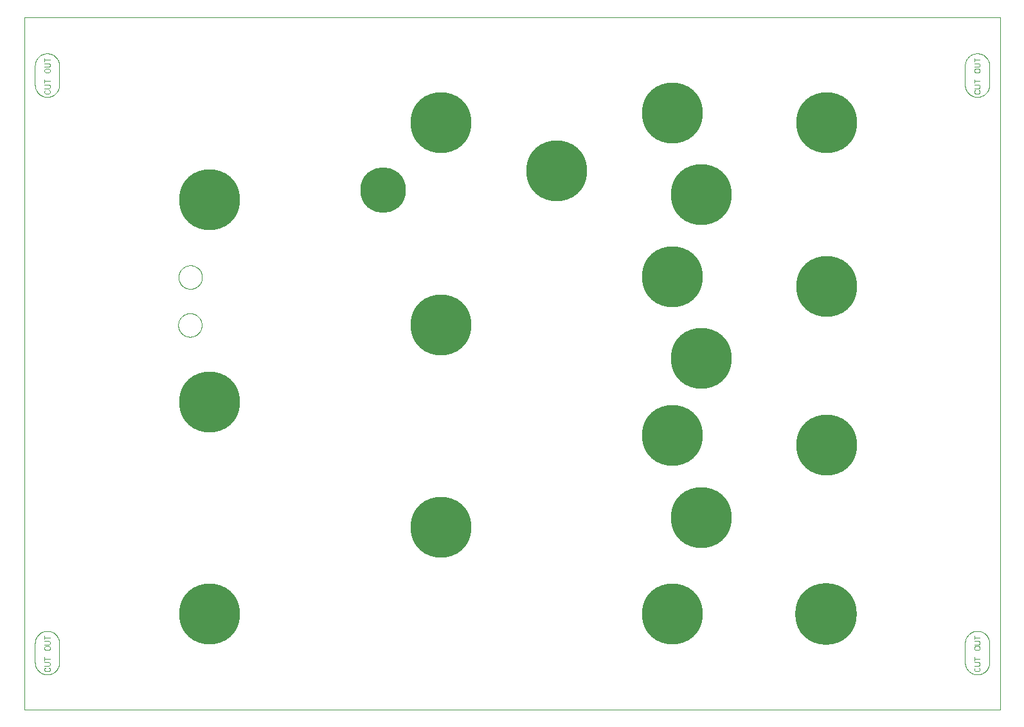
<source format=gbl>
G75*
%MOIN*%
%OFA0B0*%
%FSLAX25Y25*%
%IPPOS*%
%LPD*%
%AMOC8*
5,1,8,0,0,1.08239X$1,22.5*
%
%ADD10C,0.00000*%
%ADD11C,0.00010*%
%ADD12C,0.00200*%
%ADD13C,0.23685*%
%ADD14C,0.31559*%
%ADD15C,0.31953*%
D10*
X0001000Y0001600D02*
X0506906Y0001600D01*
X0506906Y0361049D01*
X0001000Y0361049D01*
X0001000Y0001600D01*
X0080784Y0201195D02*
X0080786Y0201351D01*
X0080792Y0201507D01*
X0080802Y0201662D01*
X0080816Y0201817D01*
X0080834Y0201972D01*
X0080856Y0202126D01*
X0080881Y0202280D01*
X0080911Y0202433D01*
X0080945Y0202585D01*
X0080982Y0202737D01*
X0081023Y0202887D01*
X0081068Y0203036D01*
X0081117Y0203184D01*
X0081170Y0203331D01*
X0081226Y0203476D01*
X0081286Y0203620D01*
X0081350Y0203762D01*
X0081418Y0203903D01*
X0081489Y0204041D01*
X0081563Y0204178D01*
X0081641Y0204313D01*
X0081722Y0204446D01*
X0081807Y0204577D01*
X0081895Y0204706D01*
X0081986Y0204832D01*
X0082081Y0204956D01*
X0082178Y0205077D01*
X0082279Y0205196D01*
X0082383Y0205313D01*
X0082489Y0205426D01*
X0082599Y0205537D01*
X0082711Y0205645D01*
X0082826Y0205750D01*
X0082944Y0205853D01*
X0083064Y0205952D01*
X0083187Y0206048D01*
X0083312Y0206141D01*
X0083439Y0206230D01*
X0083569Y0206317D01*
X0083701Y0206400D01*
X0083835Y0206479D01*
X0083971Y0206556D01*
X0084109Y0206628D01*
X0084248Y0206698D01*
X0084390Y0206763D01*
X0084533Y0206825D01*
X0084677Y0206883D01*
X0084823Y0206938D01*
X0084971Y0206989D01*
X0085119Y0207036D01*
X0085269Y0207079D01*
X0085420Y0207118D01*
X0085572Y0207154D01*
X0085724Y0207185D01*
X0085878Y0207213D01*
X0086032Y0207237D01*
X0086186Y0207257D01*
X0086341Y0207273D01*
X0086497Y0207285D01*
X0086652Y0207293D01*
X0086808Y0207297D01*
X0086964Y0207297D01*
X0087120Y0207293D01*
X0087275Y0207285D01*
X0087431Y0207273D01*
X0087586Y0207257D01*
X0087740Y0207237D01*
X0087894Y0207213D01*
X0088048Y0207185D01*
X0088200Y0207154D01*
X0088352Y0207118D01*
X0088503Y0207079D01*
X0088653Y0207036D01*
X0088801Y0206989D01*
X0088949Y0206938D01*
X0089095Y0206883D01*
X0089239Y0206825D01*
X0089382Y0206763D01*
X0089524Y0206698D01*
X0089663Y0206628D01*
X0089801Y0206556D01*
X0089937Y0206479D01*
X0090071Y0206400D01*
X0090203Y0206317D01*
X0090333Y0206230D01*
X0090460Y0206141D01*
X0090585Y0206048D01*
X0090708Y0205952D01*
X0090828Y0205853D01*
X0090946Y0205750D01*
X0091061Y0205645D01*
X0091173Y0205537D01*
X0091283Y0205426D01*
X0091389Y0205313D01*
X0091493Y0205196D01*
X0091594Y0205077D01*
X0091691Y0204956D01*
X0091786Y0204832D01*
X0091877Y0204706D01*
X0091965Y0204577D01*
X0092050Y0204446D01*
X0092131Y0204313D01*
X0092209Y0204178D01*
X0092283Y0204041D01*
X0092354Y0203903D01*
X0092422Y0203762D01*
X0092486Y0203620D01*
X0092546Y0203476D01*
X0092602Y0203331D01*
X0092655Y0203184D01*
X0092704Y0203036D01*
X0092749Y0202887D01*
X0092790Y0202737D01*
X0092827Y0202585D01*
X0092861Y0202433D01*
X0092891Y0202280D01*
X0092916Y0202126D01*
X0092938Y0201972D01*
X0092956Y0201817D01*
X0092970Y0201662D01*
X0092980Y0201507D01*
X0092986Y0201351D01*
X0092988Y0201195D01*
X0092986Y0201039D01*
X0092980Y0200883D01*
X0092970Y0200728D01*
X0092956Y0200573D01*
X0092938Y0200418D01*
X0092916Y0200264D01*
X0092891Y0200110D01*
X0092861Y0199957D01*
X0092827Y0199805D01*
X0092790Y0199653D01*
X0092749Y0199503D01*
X0092704Y0199354D01*
X0092655Y0199206D01*
X0092602Y0199059D01*
X0092546Y0198914D01*
X0092486Y0198770D01*
X0092422Y0198628D01*
X0092354Y0198487D01*
X0092283Y0198349D01*
X0092209Y0198212D01*
X0092131Y0198077D01*
X0092050Y0197944D01*
X0091965Y0197813D01*
X0091877Y0197684D01*
X0091786Y0197558D01*
X0091691Y0197434D01*
X0091594Y0197313D01*
X0091493Y0197194D01*
X0091389Y0197077D01*
X0091283Y0196964D01*
X0091173Y0196853D01*
X0091061Y0196745D01*
X0090946Y0196640D01*
X0090828Y0196537D01*
X0090708Y0196438D01*
X0090585Y0196342D01*
X0090460Y0196249D01*
X0090333Y0196160D01*
X0090203Y0196073D01*
X0090071Y0195990D01*
X0089937Y0195911D01*
X0089801Y0195834D01*
X0089663Y0195762D01*
X0089524Y0195692D01*
X0089382Y0195627D01*
X0089239Y0195565D01*
X0089095Y0195507D01*
X0088949Y0195452D01*
X0088801Y0195401D01*
X0088653Y0195354D01*
X0088503Y0195311D01*
X0088352Y0195272D01*
X0088200Y0195236D01*
X0088048Y0195205D01*
X0087894Y0195177D01*
X0087740Y0195153D01*
X0087586Y0195133D01*
X0087431Y0195117D01*
X0087275Y0195105D01*
X0087120Y0195097D01*
X0086964Y0195093D01*
X0086808Y0195093D01*
X0086652Y0195097D01*
X0086497Y0195105D01*
X0086341Y0195117D01*
X0086186Y0195133D01*
X0086032Y0195153D01*
X0085878Y0195177D01*
X0085724Y0195205D01*
X0085572Y0195236D01*
X0085420Y0195272D01*
X0085269Y0195311D01*
X0085119Y0195354D01*
X0084971Y0195401D01*
X0084823Y0195452D01*
X0084677Y0195507D01*
X0084533Y0195565D01*
X0084390Y0195627D01*
X0084248Y0195692D01*
X0084109Y0195762D01*
X0083971Y0195834D01*
X0083835Y0195911D01*
X0083701Y0195990D01*
X0083569Y0196073D01*
X0083439Y0196160D01*
X0083312Y0196249D01*
X0083187Y0196342D01*
X0083064Y0196438D01*
X0082944Y0196537D01*
X0082826Y0196640D01*
X0082711Y0196745D01*
X0082599Y0196853D01*
X0082489Y0196964D01*
X0082383Y0197077D01*
X0082279Y0197194D01*
X0082178Y0197313D01*
X0082081Y0197434D01*
X0081986Y0197558D01*
X0081895Y0197684D01*
X0081807Y0197813D01*
X0081722Y0197944D01*
X0081641Y0198077D01*
X0081563Y0198212D01*
X0081489Y0198349D01*
X0081418Y0198487D01*
X0081350Y0198628D01*
X0081286Y0198770D01*
X0081226Y0198914D01*
X0081170Y0199059D01*
X0081117Y0199206D01*
X0081068Y0199354D01*
X0081023Y0199503D01*
X0080982Y0199653D01*
X0080945Y0199805D01*
X0080911Y0199957D01*
X0080881Y0200110D01*
X0080856Y0200264D01*
X0080834Y0200418D01*
X0080816Y0200573D01*
X0080802Y0200728D01*
X0080792Y0200883D01*
X0080786Y0201039D01*
X0080784Y0201195D01*
X0080954Y0226075D02*
X0080956Y0226231D01*
X0080962Y0226387D01*
X0080972Y0226542D01*
X0080986Y0226697D01*
X0081004Y0226852D01*
X0081026Y0227006D01*
X0081051Y0227160D01*
X0081081Y0227313D01*
X0081115Y0227465D01*
X0081152Y0227617D01*
X0081193Y0227767D01*
X0081238Y0227916D01*
X0081287Y0228064D01*
X0081340Y0228211D01*
X0081396Y0228356D01*
X0081456Y0228500D01*
X0081520Y0228642D01*
X0081588Y0228783D01*
X0081659Y0228921D01*
X0081733Y0229058D01*
X0081811Y0229193D01*
X0081892Y0229326D01*
X0081977Y0229457D01*
X0082065Y0229586D01*
X0082156Y0229712D01*
X0082251Y0229836D01*
X0082348Y0229957D01*
X0082449Y0230076D01*
X0082553Y0230193D01*
X0082659Y0230306D01*
X0082769Y0230417D01*
X0082881Y0230525D01*
X0082996Y0230630D01*
X0083114Y0230733D01*
X0083234Y0230832D01*
X0083357Y0230928D01*
X0083482Y0231021D01*
X0083609Y0231110D01*
X0083739Y0231197D01*
X0083871Y0231280D01*
X0084005Y0231359D01*
X0084141Y0231436D01*
X0084279Y0231508D01*
X0084418Y0231578D01*
X0084560Y0231643D01*
X0084703Y0231705D01*
X0084847Y0231763D01*
X0084993Y0231818D01*
X0085141Y0231869D01*
X0085289Y0231916D01*
X0085439Y0231959D01*
X0085590Y0231998D01*
X0085742Y0232034D01*
X0085894Y0232065D01*
X0086048Y0232093D01*
X0086202Y0232117D01*
X0086356Y0232137D01*
X0086511Y0232153D01*
X0086667Y0232165D01*
X0086822Y0232173D01*
X0086978Y0232177D01*
X0087134Y0232177D01*
X0087290Y0232173D01*
X0087445Y0232165D01*
X0087601Y0232153D01*
X0087756Y0232137D01*
X0087910Y0232117D01*
X0088064Y0232093D01*
X0088218Y0232065D01*
X0088370Y0232034D01*
X0088522Y0231998D01*
X0088673Y0231959D01*
X0088823Y0231916D01*
X0088971Y0231869D01*
X0089119Y0231818D01*
X0089265Y0231763D01*
X0089409Y0231705D01*
X0089552Y0231643D01*
X0089694Y0231578D01*
X0089833Y0231508D01*
X0089971Y0231436D01*
X0090107Y0231359D01*
X0090241Y0231280D01*
X0090373Y0231197D01*
X0090503Y0231110D01*
X0090630Y0231021D01*
X0090755Y0230928D01*
X0090878Y0230832D01*
X0090998Y0230733D01*
X0091116Y0230630D01*
X0091231Y0230525D01*
X0091343Y0230417D01*
X0091453Y0230306D01*
X0091559Y0230193D01*
X0091663Y0230076D01*
X0091764Y0229957D01*
X0091861Y0229836D01*
X0091956Y0229712D01*
X0092047Y0229586D01*
X0092135Y0229457D01*
X0092220Y0229326D01*
X0092301Y0229193D01*
X0092379Y0229058D01*
X0092453Y0228921D01*
X0092524Y0228783D01*
X0092592Y0228642D01*
X0092656Y0228500D01*
X0092716Y0228356D01*
X0092772Y0228211D01*
X0092825Y0228064D01*
X0092874Y0227916D01*
X0092919Y0227767D01*
X0092960Y0227617D01*
X0092997Y0227465D01*
X0093031Y0227313D01*
X0093061Y0227160D01*
X0093086Y0227006D01*
X0093108Y0226852D01*
X0093126Y0226697D01*
X0093140Y0226542D01*
X0093150Y0226387D01*
X0093156Y0226231D01*
X0093158Y0226075D01*
X0093156Y0225919D01*
X0093150Y0225763D01*
X0093140Y0225608D01*
X0093126Y0225453D01*
X0093108Y0225298D01*
X0093086Y0225144D01*
X0093061Y0224990D01*
X0093031Y0224837D01*
X0092997Y0224685D01*
X0092960Y0224533D01*
X0092919Y0224383D01*
X0092874Y0224234D01*
X0092825Y0224086D01*
X0092772Y0223939D01*
X0092716Y0223794D01*
X0092656Y0223650D01*
X0092592Y0223508D01*
X0092524Y0223367D01*
X0092453Y0223229D01*
X0092379Y0223092D01*
X0092301Y0222957D01*
X0092220Y0222824D01*
X0092135Y0222693D01*
X0092047Y0222564D01*
X0091956Y0222438D01*
X0091861Y0222314D01*
X0091764Y0222193D01*
X0091663Y0222074D01*
X0091559Y0221957D01*
X0091453Y0221844D01*
X0091343Y0221733D01*
X0091231Y0221625D01*
X0091116Y0221520D01*
X0090998Y0221417D01*
X0090878Y0221318D01*
X0090755Y0221222D01*
X0090630Y0221129D01*
X0090503Y0221040D01*
X0090373Y0220953D01*
X0090241Y0220870D01*
X0090107Y0220791D01*
X0089971Y0220714D01*
X0089833Y0220642D01*
X0089694Y0220572D01*
X0089552Y0220507D01*
X0089409Y0220445D01*
X0089265Y0220387D01*
X0089119Y0220332D01*
X0088971Y0220281D01*
X0088823Y0220234D01*
X0088673Y0220191D01*
X0088522Y0220152D01*
X0088370Y0220116D01*
X0088218Y0220085D01*
X0088064Y0220057D01*
X0087910Y0220033D01*
X0087756Y0220013D01*
X0087601Y0219997D01*
X0087445Y0219985D01*
X0087290Y0219977D01*
X0087134Y0219973D01*
X0086978Y0219973D01*
X0086822Y0219977D01*
X0086667Y0219985D01*
X0086511Y0219997D01*
X0086356Y0220013D01*
X0086202Y0220033D01*
X0086048Y0220057D01*
X0085894Y0220085D01*
X0085742Y0220116D01*
X0085590Y0220152D01*
X0085439Y0220191D01*
X0085289Y0220234D01*
X0085141Y0220281D01*
X0084993Y0220332D01*
X0084847Y0220387D01*
X0084703Y0220445D01*
X0084560Y0220507D01*
X0084418Y0220572D01*
X0084279Y0220642D01*
X0084141Y0220714D01*
X0084005Y0220791D01*
X0083871Y0220870D01*
X0083739Y0220953D01*
X0083609Y0221040D01*
X0083482Y0221129D01*
X0083357Y0221222D01*
X0083234Y0221318D01*
X0083114Y0221417D01*
X0082996Y0221520D01*
X0082881Y0221625D01*
X0082769Y0221733D01*
X0082659Y0221844D01*
X0082553Y0221957D01*
X0082449Y0222074D01*
X0082348Y0222193D01*
X0082251Y0222314D01*
X0082156Y0222438D01*
X0082065Y0222564D01*
X0081977Y0222693D01*
X0081892Y0222824D01*
X0081811Y0222957D01*
X0081733Y0223092D01*
X0081659Y0223229D01*
X0081588Y0223367D01*
X0081520Y0223508D01*
X0081456Y0223650D01*
X0081396Y0223794D01*
X0081340Y0223939D01*
X0081287Y0224086D01*
X0081238Y0224234D01*
X0081193Y0224383D01*
X0081152Y0224533D01*
X0081115Y0224685D01*
X0081081Y0224837D01*
X0081051Y0224990D01*
X0081026Y0225144D01*
X0081004Y0225298D01*
X0080986Y0225453D01*
X0080972Y0225608D01*
X0080962Y0225763D01*
X0080956Y0225919D01*
X0080954Y0226075D01*
D11*
X0019110Y0325891D02*
X0019110Y0335891D01*
X0019108Y0336049D01*
X0019102Y0336207D01*
X0019092Y0336365D01*
X0019078Y0336523D01*
X0019060Y0336680D01*
X0019039Y0336837D01*
X0019013Y0336993D01*
X0018983Y0337149D01*
X0018950Y0337304D01*
X0018912Y0337457D01*
X0018871Y0337610D01*
X0018826Y0337762D01*
X0018777Y0337913D01*
X0018724Y0338062D01*
X0018668Y0338210D01*
X0018608Y0338356D01*
X0018544Y0338501D01*
X0018476Y0338644D01*
X0018405Y0338786D01*
X0018331Y0338926D01*
X0018253Y0339063D01*
X0018171Y0339199D01*
X0018087Y0339333D01*
X0017998Y0339464D01*
X0017907Y0339593D01*
X0017812Y0339720D01*
X0017715Y0339845D01*
X0017614Y0339967D01*
X0017510Y0340086D01*
X0017403Y0340203D01*
X0017293Y0340317D01*
X0017180Y0340428D01*
X0017065Y0340537D01*
X0016947Y0340642D01*
X0016826Y0340744D01*
X0016703Y0340844D01*
X0016577Y0340940D01*
X0016449Y0341033D01*
X0016319Y0341123D01*
X0016186Y0341209D01*
X0016051Y0341293D01*
X0015915Y0341372D01*
X0015776Y0341449D01*
X0015635Y0341521D01*
X0015493Y0341591D01*
X0015349Y0341656D01*
X0015203Y0341718D01*
X0015056Y0341776D01*
X0014907Y0341831D01*
X0014757Y0341882D01*
X0014606Y0341929D01*
X0014454Y0341972D01*
X0014301Y0342011D01*
X0014146Y0342047D01*
X0013991Y0342078D01*
X0013835Y0342106D01*
X0013679Y0342130D01*
X0013522Y0342150D01*
X0013364Y0342166D01*
X0013207Y0342178D01*
X0013048Y0342186D01*
X0012890Y0342190D01*
X0012732Y0342190D01*
X0012574Y0342186D01*
X0012415Y0342178D01*
X0012258Y0342166D01*
X0012100Y0342150D01*
X0011943Y0342130D01*
X0011787Y0342106D01*
X0011631Y0342078D01*
X0011476Y0342047D01*
X0011321Y0342011D01*
X0011168Y0341972D01*
X0011016Y0341929D01*
X0010865Y0341882D01*
X0010715Y0341831D01*
X0010566Y0341776D01*
X0010419Y0341718D01*
X0010273Y0341656D01*
X0010129Y0341591D01*
X0009987Y0341521D01*
X0009846Y0341449D01*
X0009707Y0341372D01*
X0009571Y0341293D01*
X0009436Y0341209D01*
X0009303Y0341123D01*
X0009173Y0341033D01*
X0009045Y0340940D01*
X0008919Y0340844D01*
X0008796Y0340744D01*
X0008675Y0340642D01*
X0008557Y0340537D01*
X0008442Y0340428D01*
X0008329Y0340317D01*
X0008219Y0340203D01*
X0008112Y0340086D01*
X0008008Y0339967D01*
X0007907Y0339845D01*
X0007810Y0339720D01*
X0007715Y0339593D01*
X0007624Y0339464D01*
X0007535Y0339333D01*
X0007451Y0339199D01*
X0007369Y0339063D01*
X0007291Y0338926D01*
X0007217Y0338786D01*
X0007146Y0338644D01*
X0007078Y0338501D01*
X0007014Y0338356D01*
X0006954Y0338210D01*
X0006898Y0338062D01*
X0006845Y0337913D01*
X0006796Y0337762D01*
X0006751Y0337610D01*
X0006710Y0337457D01*
X0006672Y0337304D01*
X0006639Y0337149D01*
X0006609Y0336993D01*
X0006583Y0336837D01*
X0006562Y0336680D01*
X0006544Y0336523D01*
X0006530Y0336365D01*
X0006520Y0336207D01*
X0006514Y0336049D01*
X0006512Y0335891D01*
X0006512Y0325891D01*
X0006514Y0325733D01*
X0006520Y0325575D01*
X0006530Y0325417D01*
X0006544Y0325259D01*
X0006562Y0325102D01*
X0006583Y0324945D01*
X0006609Y0324789D01*
X0006639Y0324633D01*
X0006672Y0324478D01*
X0006710Y0324325D01*
X0006751Y0324172D01*
X0006796Y0324020D01*
X0006845Y0323869D01*
X0006898Y0323720D01*
X0006954Y0323572D01*
X0007014Y0323426D01*
X0007078Y0323281D01*
X0007146Y0323138D01*
X0007217Y0322996D01*
X0007291Y0322856D01*
X0007369Y0322719D01*
X0007451Y0322583D01*
X0007535Y0322449D01*
X0007624Y0322318D01*
X0007715Y0322189D01*
X0007810Y0322062D01*
X0007907Y0321937D01*
X0008008Y0321815D01*
X0008112Y0321696D01*
X0008219Y0321579D01*
X0008329Y0321465D01*
X0008442Y0321354D01*
X0008557Y0321245D01*
X0008675Y0321140D01*
X0008796Y0321038D01*
X0008919Y0320938D01*
X0009045Y0320842D01*
X0009173Y0320749D01*
X0009303Y0320659D01*
X0009436Y0320573D01*
X0009571Y0320489D01*
X0009707Y0320410D01*
X0009846Y0320333D01*
X0009987Y0320261D01*
X0010129Y0320191D01*
X0010273Y0320126D01*
X0010419Y0320064D01*
X0010566Y0320006D01*
X0010715Y0319951D01*
X0010865Y0319900D01*
X0011016Y0319853D01*
X0011168Y0319810D01*
X0011321Y0319771D01*
X0011476Y0319735D01*
X0011631Y0319704D01*
X0011787Y0319676D01*
X0011943Y0319652D01*
X0012100Y0319632D01*
X0012258Y0319616D01*
X0012415Y0319604D01*
X0012574Y0319596D01*
X0012732Y0319592D01*
X0012890Y0319592D01*
X0013048Y0319596D01*
X0013207Y0319604D01*
X0013364Y0319616D01*
X0013522Y0319632D01*
X0013679Y0319652D01*
X0013835Y0319676D01*
X0013991Y0319704D01*
X0014146Y0319735D01*
X0014301Y0319771D01*
X0014454Y0319810D01*
X0014606Y0319853D01*
X0014757Y0319900D01*
X0014907Y0319951D01*
X0015056Y0320006D01*
X0015203Y0320064D01*
X0015349Y0320126D01*
X0015493Y0320191D01*
X0015635Y0320261D01*
X0015776Y0320333D01*
X0015915Y0320410D01*
X0016051Y0320489D01*
X0016186Y0320573D01*
X0016319Y0320659D01*
X0016449Y0320749D01*
X0016577Y0320842D01*
X0016703Y0320938D01*
X0016826Y0321038D01*
X0016947Y0321140D01*
X0017065Y0321245D01*
X0017180Y0321354D01*
X0017293Y0321465D01*
X0017403Y0321579D01*
X0017510Y0321696D01*
X0017614Y0321815D01*
X0017715Y0321937D01*
X0017812Y0322062D01*
X0017907Y0322189D01*
X0017998Y0322318D01*
X0018087Y0322449D01*
X0018171Y0322583D01*
X0018253Y0322719D01*
X0018331Y0322856D01*
X0018405Y0322996D01*
X0018476Y0323138D01*
X0018544Y0323281D01*
X0018608Y0323426D01*
X0018668Y0323572D01*
X0018724Y0323720D01*
X0018777Y0323869D01*
X0018826Y0324020D01*
X0018871Y0324172D01*
X0018912Y0324325D01*
X0018950Y0324478D01*
X0018983Y0324633D01*
X0019013Y0324789D01*
X0019039Y0324945D01*
X0019060Y0325102D01*
X0019078Y0325259D01*
X0019092Y0325417D01*
X0019102Y0325575D01*
X0019108Y0325733D01*
X0019110Y0325891D01*
X0019110Y0036128D02*
X0019110Y0026128D01*
X0019108Y0025970D01*
X0019102Y0025812D01*
X0019092Y0025654D01*
X0019078Y0025496D01*
X0019060Y0025339D01*
X0019039Y0025182D01*
X0019013Y0025026D01*
X0018983Y0024870D01*
X0018950Y0024715D01*
X0018912Y0024562D01*
X0018871Y0024409D01*
X0018826Y0024257D01*
X0018777Y0024106D01*
X0018724Y0023957D01*
X0018668Y0023809D01*
X0018608Y0023663D01*
X0018544Y0023518D01*
X0018476Y0023375D01*
X0018405Y0023233D01*
X0018331Y0023093D01*
X0018253Y0022956D01*
X0018171Y0022820D01*
X0018087Y0022686D01*
X0017998Y0022555D01*
X0017907Y0022426D01*
X0017812Y0022299D01*
X0017715Y0022174D01*
X0017614Y0022052D01*
X0017510Y0021933D01*
X0017403Y0021816D01*
X0017293Y0021702D01*
X0017180Y0021591D01*
X0017065Y0021482D01*
X0016947Y0021377D01*
X0016826Y0021275D01*
X0016703Y0021175D01*
X0016577Y0021079D01*
X0016449Y0020986D01*
X0016319Y0020896D01*
X0016186Y0020810D01*
X0016051Y0020726D01*
X0015915Y0020647D01*
X0015776Y0020570D01*
X0015635Y0020498D01*
X0015493Y0020428D01*
X0015349Y0020363D01*
X0015203Y0020301D01*
X0015056Y0020243D01*
X0014907Y0020188D01*
X0014757Y0020137D01*
X0014606Y0020090D01*
X0014454Y0020047D01*
X0014301Y0020008D01*
X0014146Y0019972D01*
X0013991Y0019941D01*
X0013835Y0019913D01*
X0013679Y0019889D01*
X0013522Y0019869D01*
X0013364Y0019853D01*
X0013207Y0019841D01*
X0013048Y0019833D01*
X0012890Y0019829D01*
X0012732Y0019829D01*
X0012574Y0019833D01*
X0012415Y0019841D01*
X0012258Y0019853D01*
X0012100Y0019869D01*
X0011943Y0019889D01*
X0011787Y0019913D01*
X0011631Y0019941D01*
X0011476Y0019972D01*
X0011321Y0020008D01*
X0011168Y0020047D01*
X0011016Y0020090D01*
X0010865Y0020137D01*
X0010715Y0020188D01*
X0010566Y0020243D01*
X0010419Y0020301D01*
X0010273Y0020363D01*
X0010129Y0020428D01*
X0009987Y0020498D01*
X0009846Y0020570D01*
X0009707Y0020647D01*
X0009571Y0020726D01*
X0009436Y0020810D01*
X0009303Y0020896D01*
X0009173Y0020986D01*
X0009045Y0021079D01*
X0008919Y0021175D01*
X0008796Y0021275D01*
X0008675Y0021377D01*
X0008557Y0021482D01*
X0008442Y0021591D01*
X0008329Y0021702D01*
X0008219Y0021816D01*
X0008112Y0021933D01*
X0008008Y0022052D01*
X0007907Y0022174D01*
X0007810Y0022299D01*
X0007715Y0022426D01*
X0007624Y0022555D01*
X0007535Y0022686D01*
X0007451Y0022820D01*
X0007369Y0022956D01*
X0007291Y0023093D01*
X0007217Y0023233D01*
X0007146Y0023375D01*
X0007078Y0023518D01*
X0007014Y0023663D01*
X0006954Y0023809D01*
X0006898Y0023957D01*
X0006845Y0024106D01*
X0006796Y0024257D01*
X0006751Y0024409D01*
X0006710Y0024562D01*
X0006672Y0024715D01*
X0006639Y0024870D01*
X0006609Y0025026D01*
X0006583Y0025182D01*
X0006562Y0025339D01*
X0006544Y0025496D01*
X0006530Y0025654D01*
X0006520Y0025812D01*
X0006514Y0025970D01*
X0006512Y0026128D01*
X0006512Y0036128D01*
X0006514Y0036286D01*
X0006520Y0036444D01*
X0006530Y0036602D01*
X0006544Y0036760D01*
X0006562Y0036917D01*
X0006583Y0037074D01*
X0006609Y0037230D01*
X0006639Y0037386D01*
X0006672Y0037541D01*
X0006710Y0037694D01*
X0006751Y0037847D01*
X0006796Y0037999D01*
X0006845Y0038150D01*
X0006898Y0038299D01*
X0006954Y0038447D01*
X0007014Y0038593D01*
X0007078Y0038738D01*
X0007146Y0038881D01*
X0007217Y0039023D01*
X0007291Y0039163D01*
X0007369Y0039300D01*
X0007451Y0039436D01*
X0007535Y0039570D01*
X0007624Y0039701D01*
X0007715Y0039830D01*
X0007810Y0039957D01*
X0007907Y0040082D01*
X0008008Y0040204D01*
X0008112Y0040323D01*
X0008219Y0040440D01*
X0008329Y0040554D01*
X0008442Y0040665D01*
X0008557Y0040774D01*
X0008675Y0040879D01*
X0008796Y0040981D01*
X0008919Y0041081D01*
X0009045Y0041177D01*
X0009173Y0041270D01*
X0009303Y0041360D01*
X0009436Y0041446D01*
X0009571Y0041530D01*
X0009707Y0041609D01*
X0009846Y0041686D01*
X0009987Y0041758D01*
X0010129Y0041828D01*
X0010273Y0041893D01*
X0010419Y0041955D01*
X0010566Y0042013D01*
X0010715Y0042068D01*
X0010865Y0042119D01*
X0011016Y0042166D01*
X0011168Y0042209D01*
X0011321Y0042248D01*
X0011476Y0042284D01*
X0011631Y0042315D01*
X0011787Y0042343D01*
X0011943Y0042367D01*
X0012100Y0042387D01*
X0012258Y0042403D01*
X0012415Y0042415D01*
X0012574Y0042423D01*
X0012732Y0042427D01*
X0012890Y0042427D01*
X0013048Y0042423D01*
X0013207Y0042415D01*
X0013364Y0042403D01*
X0013522Y0042387D01*
X0013679Y0042367D01*
X0013835Y0042343D01*
X0013991Y0042315D01*
X0014146Y0042284D01*
X0014301Y0042248D01*
X0014454Y0042209D01*
X0014606Y0042166D01*
X0014757Y0042119D01*
X0014907Y0042068D01*
X0015056Y0042013D01*
X0015203Y0041955D01*
X0015349Y0041893D01*
X0015493Y0041828D01*
X0015635Y0041758D01*
X0015776Y0041686D01*
X0015915Y0041609D01*
X0016051Y0041530D01*
X0016186Y0041446D01*
X0016319Y0041360D01*
X0016449Y0041270D01*
X0016577Y0041177D01*
X0016703Y0041081D01*
X0016826Y0040981D01*
X0016947Y0040879D01*
X0017065Y0040774D01*
X0017180Y0040665D01*
X0017293Y0040554D01*
X0017403Y0040440D01*
X0017510Y0040323D01*
X0017614Y0040204D01*
X0017715Y0040082D01*
X0017812Y0039957D01*
X0017907Y0039830D01*
X0017998Y0039701D01*
X0018087Y0039570D01*
X0018171Y0039436D01*
X0018253Y0039300D01*
X0018331Y0039163D01*
X0018405Y0039023D01*
X0018476Y0038881D01*
X0018544Y0038738D01*
X0018608Y0038593D01*
X0018668Y0038447D01*
X0018724Y0038299D01*
X0018777Y0038150D01*
X0018826Y0037999D01*
X0018871Y0037847D01*
X0018912Y0037694D01*
X0018950Y0037541D01*
X0018983Y0037386D01*
X0019013Y0037230D01*
X0019039Y0037074D01*
X0019060Y0036917D01*
X0019078Y0036760D01*
X0019092Y0036602D01*
X0019102Y0036444D01*
X0019108Y0036286D01*
X0019110Y0036128D01*
X0488795Y0036128D02*
X0488795Y0026128D01*
X0488797Y0025970D01*
X0488803Y0025812D01*
X0488813Y0025654D01*
X0488827Y0025496D01*
X0488845Y0025339D01*
X0488866Y0025182D01*
X0488892Y0025026D01*
X0488922Y0024870D01*
X0488955Y0024715D01*
X0488993Y0024562D01*
X0489034Y0024409D01*
X0489079Y0024257D01*
X0489128Y0024106D01*
X0489181Y0023957D01*
X0489237Y0023809D01*
X0489297Y0023663D01*
X0489361Y0023518D01*
X0489429Y0023375D01*
X0489500Y0023233D01*
X0489574Y0023093D01*
X0489652Y0022956D01*
X0489734Y0022820D01*
X0489818Y0022686D01*
X0489907Y0022555D01*
X0489998Y0022426D01*
X0490093Y0022299D01*
X0490190Y0022174D01*
X0490291Y0022052D01*
X0490395Y0021933D01*
X0490502Y0021816D01*
X0490612Y0021702D01*
X0490725Y0021591D01*
X0490840Y0021482D01*
X0490958Y0021377D01*
X0491079Y0021275D01*
X0491202Y0021175D01*
X0491328Y0021079D01*
X0491456Y0020986D01*
X0491586Y0020896D01*
X0491719Y0020810D01*
X0491854Y0020726D01*
X0491990Y0020647D01*
X0492129Y0020570D01*
X0492270Y0020498D01*
X0492412Y0020428D01*
X0492556Y0020363D01*
X0492702Y0020301D01*
X0492849Y0020243D01*
X0492998Y0020188D01*
X0493148Y0020137D01*
X0493299Y0020090D01*
X0493451Y0020047D01*
X0493604Y0020008D01*
X0493759Y0019972D01*
X0493914Y0019941D01*
X0494070Y0019913D01*
X0494226Y0019889D01*
X0494383Y0019869D01*
X0494541Y0019853D01*
X0494698Y0019841D01*
X0494857Y0019833D01*
X0495015Y0019829D01*
X0495173Y0019829D01*
X0495331Y0019833D01*
X0495490Y0019841D01*
X0495647Y0019853D01*
X0495805Y0019869D01*
X0495962Y0019889D01*
X0496118Y0019913D01*
X0496274Y0019941D01*
X0496429Y0019972D01*
X0496584Y0020008D01*
X0496737Y0020047D01*
X0496889Y0020090D01*
X0497040Y0020137D01*
X0497190Y0020188D01*
X0497339Y0020243D01*
X0497486Y0020301D01*
X0497632Y0020363D01*
X0497776Y0020428D01*
X0497918Y0020498D01*
X0498059Y0020570D01*
X0498198Y0020647D01*
X0498334Y0020726D01*
X0498469Y0020810D01*
X0498602Y0020896D01*
X0498732Y0020986D01*
X0498860Y0021079D01*
X0498986Y0021175D01*
X0499109Y0021275D01*
X0499230Y0021377D01*
X0499348Y0021482D01*
X0499463Y0021591D01*
X0499576Y0021702D01*
X0499686Y0021816D01*
X0499793Y0021933D01*
X0499897Y0022052D01*
X0499998Y0022174D01*
X0500095Y0022299D01*
X0500190Y0022426D01*
X0500281Y0022555D01*
X0500370Y0022686D01*
X0500454Y0022820D01*
X0500536Y0022956D01*
X0500614Y0023093D01*
X0500688Y0023233D01*
X0500759Y0023375D01*
X0500827Y0023518D01*
X0500891Y0023663D01*
X0500951Y0023809D01*
X0501007Y0023957D01*
X0501060Y0024106D01*
X0501109Y0024257D01*
X0501154Y0024409D01*
X0501195Y0024562D01*
X0501233Y0024715D01*
X0501266Y0024870D01*
X0501296Y0025026D01*
X0501322Y0025182D01*
X0501343Y0025339D01*
X0501361Y0025496D01*
X0501375Y0025654D01*
X0501385Y0025812D01*
X0501391Y0025970D01*
X0501393Y0026128D01*
X0501394Y0026128D02*
X0501394Y0036128D01*
X0501393Y0036128D02*
X0501391Y0036286D01*
X0501385Y0036444D01*
X0501375Y0036602D01*
X0501361Y0036760D01*
X0501343Y0036917D01*
X0501322Y0037074D01*
X0501296Y0037230D01*
X0501266Y0037386D01*
X0501233Y0037541D01*
X0501195Y0037694D01*
X0501154Y0037847D01*
X0501109Y0037999D01*
X0501060Y0038150D01*
X0501007Y0038299D01*
X0500951Y0038447D01*
X0500891Y0038593D01*
X0500827Y0038738D01*
X0500759Y0038881D01*
X0500688Y0039023D01*
X0500614Y0039163D01*
X0500536Y0039300D01*
X0500454Y0039436D01*
X0500370Y0039570D01*
X0500281Y0039701D01*
X0500190Y0039830D01*
X0500095Y0039957D01*
X0499998Y0040082D01*
X0499897Y0040204D01*
X0499793Y0040323D01*
X0499686Y0040440D01*
X0499576Y0040554D01*
X0499463Y0040665D01*
X0499348Y0040774D01*
X0499230Y0040879D01*
X0499109Y0040981D01*
X0498986Y0041081D01*
X0498860Y0041177D01*
X0498732Y0041270D01*
X0498602Y0041360D01*
X0498469Y0041446D01*
X0498334Y0041530D01*
X0498198Y0041609D01*
X0498059Y0041686D01*
X0497918Y0041758D01*
X0497776Y0041828D01*
X0497632Y0041893D01*
X0497486Y0041955D01*
X0497339Y0042013D01*
X0497190Y0042068D01*
X0497040Y0042119D01*
X0496889Y0042166D01*
X0496737Y0042209D01*
X0496584Y0042248D01*
X0496429Y0042284D01*
X0496274Y0042315D01*
X0496118Y0042343D01*
X0495962Y0042367D01*
X0495805Y0042387D01*
X0495647Y0042403D01*
X0495490Y0042415D01*
X0495331Y0042423D01*
X0495173Y0042427D01*
X0495015Y0042427D01*
X0494857Y0042423D01*
X0494698Y0042415D01*
X0494541Y0042403D01*
X0494383Y0042387D01*
X0494226Y0042367D01*
X0494070Y0042343D01*
X0493914Y0042315D01*
X0493759Y0042284D01*
X0493604Y0042248D01*
X0493451Y0042209D01*
X0493299Y0042166D01*
X0493148Y0042119D01*
X0492998Y0042068D01*
X0492849Y0042013D01*
X0492702Y0041955D01*
X0492556Y0041893D01*
X0492412Y0041828D01*
X0492270Y0041758D01*
X0492129Y0041686D01*
X0491990Y0041609D01*
X0491854Y0041530D01*
X0491719Y0041446D01*
X0491586Y0041360D01*
X0491456Y0041270D01*
X0491328Y0041177D01*
X0491202Y0041081D01*
X0491079Y0040981D01*
X0490958Y0040879D01*
X0490840Y0040774D01*
X0490725Y0040665D01*
X0490612Y0040554D01*
X0490502Y0040440D01*
X0490395Y0040323D01*
X0490291Y0040204D01*
X0490190Y0040082D01*
X0490093Y0039957D01*
X0489998Y0039830D01*
X0489907Y0039701D01*
X0489818Y0039570D01*
X0489734Y0039436D01*
X0489652Y0039300D01*
X0489574Y0039163D01*
X0489500Y0039023D01*
X0489429Y0038881D01*
X0489361Y0038738D01*
X0489297Y0038593D01*
X0489237Y0038447D01*
X0489181Y0038299D01*
X0489128Y0038150D01*
X0489079Y0037999D01*
X0489034Y0037847D01*
X0488993Y0037694D01*
X0488955Y0037541D01*
X0488922Y0037386D01*
X0488892Y0037230D01*
X0488866Y0037074D01*
X0488845Y0036917D01*
X0488827Y0036760D01*
X0488813Y0036602D01*
X0488803Y0036444D01*
X0488797Y0036286D01*
X0488795Y0036128D01*
X0488795Y0325891D02*
X0488795Y0335891D01*
X0488797Y0336049D01*
X0488803Y0336207D01*
X0488813Y0336365D01*
X0488827Y0336523D01*
X0488845Y0336680D01*
X0488866Y0336837D01*
X0488892Y0336993D01*
X0488922Y0337149D01*
X0488955Y0337304D01*
X0488993Y0337457D01*
X0489034Y0337610D01*
X0489079Y0337762D01*
X0489128Y0337913D01*
X0489181Y0338062D01*
X0489237Y0338210D01*
X0489297Y0338356D01*
X0489361Y0338501D01*
X0489429Y0338644D01*
X0489500Y0338786D01*
X0489574Y0338926D01*
X0489652Y0339063D01*
X0489734Y0339199D01*
X0489818Y0339333D01*
X0489907Y0339464D01*
X0489998Y0339593D01*
X0490093Y0339720D01*
X0490190Y0339845D01*
X0490291Y0339967D01*
X0490395Y0340086D01*
X0490502Y0340203D01*
X0490612Y0340317D01*
X0490725Y0340428D01*
X0490840Y0340537D01*
X0490958Y0340642D01*
X0491079Y0340744D01*
X0491202Y0340844D01*
X0491328Y0340940D01*
X0491456Y0341033D01*
X0491586Y0341123D01*
X0491719Y0341209D01*
X0491854Y0341293D01*
X0491990Y0341372D01*
X0492129Y0341449D01*
X0492270Y0341521D01*
X0492412Y0341591D01*
X0492556Y0341656D01*
X0492702Y0341718D01*
X0492849Y0341776D01*
X0492998Y0341831D01*
X0493148Y0341882D01*
X0493299Y0341929D01*
X0493451Y0341972D01*
X0493604Y0342011D01*
X0493759Y0342047D01*
X0493914Y0342078D01*
X0494070Y0342106D01*
X0494226Y0342130D01*
X0494383Y0342150D01*
X0494541Y0342166D01*
X0494698Y0342178D01*
X0494857Y0342186D01*
X0495015Y0342190D01*
X0495173Y0342190D01*
X0495331Y0342186D01*
X0495490Y0342178D01*
X0495647Y0342166D01*
X0495805Y0342150D01*
X0495962Y0342130D01*
X0496118Y0342106D01*
X0496274Y0342078D01*
X0496429Y0342047D01*
X0496584Y0342011D01*
X0496737Y0341972D01*
X0496889Y0341929D01*
X0497040Y0341882D01*
X0497190Y0341831D01*
X0497339Y0341776D01*
X0497486Y0341718D01*
X0497632Y0341656D01*
X0497776Y0341591D01*
X0497918Y0341521D01*
X0498059Y0341449D01*
X0498198Y0341372D01*
X0498334Y0341293D01*
X0498469Y0341209D01*
X0498602Y0341123D01*
X0498732Y0341033D01*
X0498860Y0340940D01*
X0498986Y0340844D01*
X0499109Y0340744D01*
X0499230Y0340642D01*
X0499348Y0340537D01*
X0499463Y0340428D01*
X0499576Y0340317D01*
X0499686Y0340203D01*
X0499793Y0340086D01*
X0499897Y0339967D01*
X0499998Y0339845D01*
X0500095Y0339720D01*
X0500190Y0339593D01*
X0500281Y0339464D01*
X0500370Y0339333D01*
X0500454Y0339199D01*
X0500536Y0339063D01*
X0500614Y0338926D01*
X0500688Y0338786D01*
X0500759Y0338644D01*
X0500827Y0338501D01*
X0500891Y0338356D01*
X0500951Y0338210D01*
X0501007Y0338062D01*
X0501060Y0337913D01*
X0501109Y0337762D01*
X0501154Y0337610D01*
X0501195Y0337457D01*
X0501233Y0337304D01*
X0501266Y0337149D01*
X0501296Y0336993D01*
X0501322Y0336837D01*
X0501343Y0336680D01*
X0501361Y0336523D01*
X0501375Y0336365D01*
X0501385Y0336207D01*
X0501391Y0336049D01*
X0501393Y0335891D01*
X0501394Y0335891D02*
X0501394Y0325891D01*
X0501393Y0325891D02*
X0501391Y0325733D01*
X0501385Y0325575D01*
X0501375Y0325417D01*
X0501361Y0325259D01*
X0501343Y0325102D01*
X0501322Y0324945D01*
X0501296Y0324789D01*
X0501266Y0324633D01*
X0501233Y0324478D01*
X0501195Y0324325D01*
X0501154Y0324172D01*
X0501109Y0324020D01*
X0501060Y0323869D01*
X0501007Y0323720D01*
X0500951Y0323572D01*
X0500891Y0323426D01*
X0500827Y0323281D01*
X0500759Y0323138D01*
X0500688Y0322996D01*
X0500614Y0322856D01*
X0500536Y0322719D01*
X0500454Y0322583D01*
X0500370Y0322449D01*
X0500281Y0322318D01*
X0500190Y0322189D01*
X0500095Y0322062D01*
X0499998Y0321937D01*
X0499897Y0321815D01*
X0499793Y0321696D01*
X0499686Y0321579D01*
X0499576Y0321465D01*
X0499463Y0321354D01*
X0499348Y0321245D01*
X0499230Y0321140D01*
X0499109Y0321038D01*
X0498986Y0320938D01*
X0498860Y0320842D01*
X0498732Y0320749D01*
X0498602Y0320659D01*
X0498469Y0320573D01*
X0498334Y0320489D01*
X0498198Y0320410D01*
X0498059Y0320333D01*
X0497918Y0320261D01*
X0497776Y0320191D01*
X0497632Y0320126D01*
X0497486Y0320064D01*
X0497339Y0320006D01*
X0497190Y0319951D01*
X0497040Y0319900D01*
X0496889Y0319853D01*
X0496737Y0319810D01*
X0496584Y0319771D01*
X0496429Y0319735D01*
X0496274Y0319704D01*
X0496118Y0319676D01*
X0495962Y0319652D01*
X0495805Y0319632D01*
X0495647Y0319616D01*
X0495490Y0319604D01*
X0495331Y0319596D01*
X0495173Y0319592D01*
X0495015Y0319592D01*
X0494857Y0319596D01*
X0494698Y0319604D01*
X0494541Y0319616D01*
X0494383Y0319632D01*
X0494226Y0319652D01*
X0494070Y0319676D01*
X0493914Y0319704D01*
X0493759Y0319735D01*
X0493604Y0319771D01*
X0493451Y0319810D01*
X0493299Y0319853D01*
X0493148Y0319900D01*
X0492998Y0319951D01*
X0492849Y0320006D01*
X0492702Y0320064D01*
X0492556Y0320126D01*
X0492412Y0320191D01*
X0492270Y0320261D01*
X0492129Y0320333D01*
X0491990Y0320410D01*
X0491854Y0320489D01*
X0491719Y0320573D01*
X0491586Y0320659D01*
X0491456Y0320749D01*
X0491328Y0320842D01*
X0491202Y0320938D01*
X0491079Y0321038D01*
X0490958Y0321140D01*
X0490840Y0321245D01*
X0490725Y0321354D01*
X0490612Y0321465D01*
X0490502Y0321579D01*
X0490395Y0321696D01*
X0490291Y0321815D01*
X0490190Y0321937D01*
X0490093Y0322062D01*
X0489998Y0322189D01*
X0489907Y0322318D01*
X0489818Y0322449D01*
X0489734Y0322583D01*
X0489652Y0322719D01*
X0489574Y0322856D01*
X0489500Y0322996D01*
X0489429Y0323138D01*
X0489361Y0323281D01*
X0489297Y0323426D01*
X0489237Y0323572D01*
X0489181Y0323720D01*
X0489128Y0323869D01*
X0489079Y0324020D01*
X0489034Y0324172D01*
X0488993Y0324325D01*
X0488955Y0324478D01*
X0488922Y0324633D01*
X0488892Y0324789D01*
X0488866Y0324945D01*
X0488845Y0325102D01*
X0488827Y0325259D01*
X0488813Y0325417D01*
X0488803Y0325575D01*
X0488797Y0325733D01*
X0488795Y0325891D01*
D12*
X0493692Y0325954D02*
X0496027Y0325954D01*
X0496494Y0325487D01*
X0496494Y0324552D01*
X0496027Y0324085D01*
X0493692Y0324085D01*
X0494159Y0323191D02*
X0493692Y0322724D01*
X0493692Y0321790D01*
X0494159Y0321323D01*
X0496027Y0321323D01*
X0496494Y0321790D01*
X0496494Y0322724D01*
X0496027Y0323191D01*
X0493692Y0326848D02*
X0493692Y0328716D01*
X0493692Y0327782D02*
X0496494Y0327782D01*
X0496027Y0332372D02*
X0496494Y0332840D01*
X0496494Y0333774D01*
X0496027Y0334241D01*
X0494159Y0334241D01*
X0493692Y0333774D01*
X0493692Y0332840D01*
X0494159Y0332372D01*
X0496027Y0332372D01*
X0496027Y0335135D02*
X0496494Y0335602D01*
X0496494Y0336536D01*
X0496027Y0337003D01*
X0493692Y0337003D01*
X0493692Y0337897D02*
X0493692Y0339765D01*
X0493692Y0338831D02*
X0496494Y0338831D01*
X0496027Y0335135D02*
X0493692Y0335135D01*
X0493692Y0040002D02*
X0493692Y0038133D01*
X0493692Y0037239D02*
X0496027Y0037239D01*
X0496494Y0036772D01*
X0496494Y0035838D01*
X0496027Y0035371D01*
X0493692Y0035371D01*
X0494159Y0034477D02*
X0493692Y0034010D01*
X0493692Y0033076D01*
X0494159Y0032609D01*
X0496027Y0032609D01*
X0496494Y0033076D01*
X0496494Y0034010D01*
X0496027Y0034477D01*
X0494159Y0034477D01*
X0493692Y0039068D02*
X0496494Y0039068D01*
X0493692Y0028952D02*
X0493692Y0027084D01*
X0493692Y0026190D02*
X0496027Y0026190D01*
X0496494Y0025723D01*
X0496494Y0024789D01*
X0496027Y0024322D01*
X0493692Y0024322D01*
X0494159Y0023428D02*
X0493692Y0022960D01*
X0493692Y0022026D01*
X0494159Y0021559D01*
X0496027Y0021559D01*
X0496494Y0022026D01*
X0496494Y0022960D01*
X0496027Y0023428D01*
X0496494Y0028018D02*
X0493692Y0028018D01*
X0014211Y0028018D02*
X0011409Y0028018D01*
X0011409Y0027084D02*
X0011409Y0028952D01*
X0011409Y0026190D02*
X0013744Y0026190D01*
X0014211Y0025723D01*
X0014211Y0024789D01*
X0013744Y0024322D01*
X0011409Y0024322D01*
X0011876Y0023428D02*
X0011409Y0022960D01*
X0011409Y0022026D01*
X0011876Y0021559D01*
X0013744Y0021559D01*
X0014211Y0022026D01*
X0014211Y0022960D01*
X0013744Y0023428D01*
X0013744Y0032609D02*
X0014211Y0033076D01*
X0014211Y0034010D01*
X0013744Y0034477D01*
X0011876Y0034477D01*
X0011409Y0034010D01*
X0011409Y0033076D01*
X0011876Y0032609D01*
X0013744Y0032609D01*
X0013744Y0035371D02*
X0014211Y0035838D01*
X0014211Y0036772D01*
X0013744Y0037239D01*
X0011409Y0037239D01*
X0011409Y0038133D02*
X0011409Y0040002D01*
X0011409Y0039068D02*
X0014211Y0039068D01*
X0013744Y0035371D02*
X0011409Y0035371D01*
X0011876Y0321323D02*
X0013744Y0321323D01*
X0014211Y0321790D01*
X0014211Y0322724D01*
X0013744Y0323191D01*
X0013744Y0324085D02*
X0014211Y0324552D01*
X0014211Y0325487D01*
X0013744Y0325954D01*
X0011409Y0325954D01*
X0011409Y0326848D02*
X0011409Y0328716D01*
X0011409Y0327782D02*
X0014211Y0327782D01*
X0013744Y0324085D02*
X0011409Y0324085D01*
X0011876Y0323191D02*
X0011409Y0322724D01*
X0011409Y0321790D01*
X0011876Y0321323D01*
X0011876Y0332372D02*
X0013744Y0332372D01*
X0014211Y0332840D01*
X0014211Y0333774D01*
X0013744Y0334241D01*
X0011876Y0334241D01*
X0011409Y0333774D01*
X0011409Y0332840D01*
X0011876Y0332372D01*
X0011409Y0335135D02*
X0013744Y0335135D01*
X0014211Y0335602D01*
X0014211Y0336536D01*
X0013744Y0337003D01*
X0011409Y0337003D01*
X0011409Y0337897D02*
X0011409Y0339765D01*
X0011409Y0338831D02*
X0014211Y0338831D01*
D13*
X0186980Y0271294D03*
D14*
X0216917Y0306291D03*
X0276917Y0281308D03*
X0336904Y0311286D03*
X0351911Y0268779D03*
X0336907Y0226280D03*
X0351920Y0183795D03*
X0336917Y0143782D03*
X0351912Y0101301D03*
X0336928Y0051283D03*
X0416947Y0138802D03*
X0416883Y0221288D03*
X0416888Y0306305D03*
X0216894Y0201293D03*
X0096937Y0161260D03*
X0216892Y0096293D03*
X0096936Y0051287D03*
X0096973Y0266302D03*
D15*
X0416827Y0051175D03*
M02*

</source>
